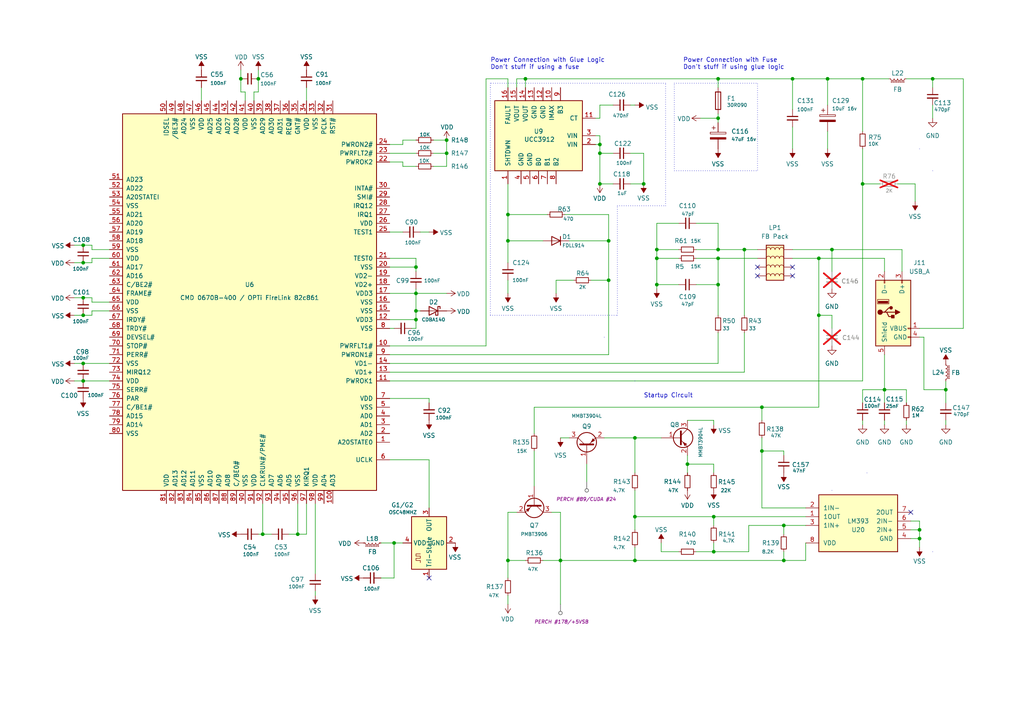
<source format=kicad_sch>
(kicad_sch (version 20230121) (generator eeschema)
  (paper "A4")
  (title_block (title "Power Macintosh G3 (Beige) Whisper Personality Card USB Mod") (date "2024-07-24") (rev "4") (company "Schematic by @croissantking on the 68kMLA forums with invaluable help from @phipli"))
  (junction (at 270.51 22.86))
  (junction (at 24.13 91.44))
  (junction (at 120.65 77.47))
  (junction (at 162.56 162.56))
  (junction (at 74.93 22.86))
  (junction (at 76.2 154.94))
  (junction (at 190.5 72.39))
  (junction (at 190.5 74.93))
  (junction (at 69.85 22.86))
  (junction (at 173.99 41.91))
  (junction (at 24.13 86.36))
  (junction (at 227.33 162.56))
  (junction (at 199.39 134.62))
  (junction (at 24.13 71.12))
  (junction (at 240.03 22.86))
  (junction (at 266.7 156.21))
  (junction (at 184.15 162.56))
  (junction (at 208.28 22.86))
  (junction (at 250.19 53.34))
  (junction (at 120.65 92.71))
  (junction (at 24.13 105.41))
  (junction (at 147.32 69.85))
  (junction (at 229.87 22.86))
  (junction (at 173.99 44.45))
  (junction (at 186.69 53.34))
  (junction (at 215.9 72.39))
  (junction (at 237.49 91.44))
  (junction (at 24.13 110.49))
  (junction (at 176.53 81.28))
  (junction (at 208.28 72.39))
  (junction (at 184.15 127))
  (junction (at 152.4 22.86))
  (junction (at 120.65 90.17))
  (junction (at 147.32 162.56))
  (junction (at 237.49 74.93))
  (junction (at 220.98 118.11))
  (junction (at 147.32 62.23))
  (junction (at 266.7 153.67))
  (junction (at 207.01 149.86))
  (junction (at 129.54 40.64))
  (junction (at 24.13 76.2))
  (junction (at 241.3 72.39))
  (junction (at 250.19 22.86))
  (junction (at 190.5 82.55))
  (junction (at 274.32 113.03))
  (junction (at 173.99 53.34))
  (junction (at 184.15 149.86))
  (junction (at 208.28 74.93))
  (junction (at 256.54 113.03))
  (junction (at 176.53 69.85))
  (junction (at 114.3 157.48))
  (junction (at 207.01 160.02))
  (junction (at 208.28 82.55))
  (junction (at 208.28 34.29))
  (junction (at 86.36 154.94))
  (junction (at 120.65 85.09))
  (junction (at 129.54 44.45))
  (junction (at 227.33 152.4))
  (junction (at 220.98 130.81))
  (no_connect (at 229.87 80.01))
  (no_connect (at 219.71 77.47))
  (no_connect (at 264.16 148.59))
  (no_connect (at 124.46 167.64))
  (no_connect (at 219.71 80.01))
  (no_connect (at 229.87 77.47))
  (wire (pts (xy 71.12 26.67) (xy 71.12 29.21)))
  (wire (pts (xy 157.48 162.56) (xy 162.56 162.56)))
  (wire (pts (xy 24.13 110.49) (xy 31.75 110.49)))
  (wire (pts (xy 229.87 74.93) (xy 237.49 74.93)))
  (wire (pts (xy 256.54 121.92) (xy 256.54 123.19)))
  (wire (pts (xy 274.32 123.19) (xy 274.32 121.92)))
  (wire (pts (xy 171.45 81.28) (xy 176.53 81.28)))
  (wire (pts (xy 152.4 22.86) (xy 152.4 25.4)))
  (wire (pts (xy 270.51 25.4) (xy 270.51 22.86)))
  (wire (pts (xy 184.15 30.48) (xy 182.88 30.48)))
  (wire (pts (xy 215.9 96.52) (xy 215.9 107.95)))
  (wire (pts (xy 24.13 86.36) (xy 26.67 86.36)))
  (wire (pts (xy 208.28 22.86) (xy 208.28 25.4)))
  (wire (pts (xy 190.5 72.39) (xy 190.5 74.93)))
  (wire (pts (xy 207.01 149.86) (xy 233.68 149.86)))
  (wire (pts (xy 21.59 91.44) (xy 24.13 91.44)))
  (wire (pts (xy 208.28 74.93) (xy 208.28 82.55)))
  (wire (pts (xy 170.18 139.7) (xy 170.18 134.62)))
  (wire (pts (xy 279.4 22.86) (xy 279.4 95.25)))
  (wire (pts (xy 250.19 116.84) (xy 250.19 113.03)))
  (wire (pts (xy 229.87 22.86) (xy 240.03 22.86)))
  (wire (pts (xy 163.83 62.23) (xy 176.53 62.23)))
  (wire (pts (xy 83.82 154.94) (xy 86.36 154.94)))
  (wire (pts (xy 24.13 71.12) (xy 26.67 71.12)))
  (wire (pts (xy 73.66 29.21) (xy 73.66 26.67)))
  (wire (pts (xy 184.15 127) (xy 191.77 127)))
  (wire (pts (xy 184.15 162.56) (xy 227.33 162.56)))
  (wire (pts (xy 129.54 40.64) (xy 129.54 44.45)))
  (wire (pts (xy 113.03 115.57) (xy 124.46 115.57)))
  (wire (pts (xy 147.32 172.72) (xy 147.32 175.26)))
  (polyline (pts (xy 193.04 59.69) (xy 193.04 24.13)) (stroke (width 0) (type dot)))
  (wire (pts (xy 173.99 30.48) (xy 177.8 30.48)))
  (wire (pts (xy 74.93 20.32) (xy 74.93 22.86)))
  (wire (pts (xy 237.49 74.93) (xy 237.49 91.44)))
  (wire (pts (xy 176.53 62.23) (xy 176.53 69.85)))
  (wire (pts (xy 270.51 22.86) (xy 279.4 22.86)))
  (wire (pts (xy 152.4 22.86) (xy 208.28 22.86)))
  (wire (pts (xy 76.2 146.05) (xy 76.2 154.94)))
  (wire (pts (xy 113.03 107.95) (xy 215.9 107.95)))
  (wire (pts (xy 229.87 72.39) (xy 241.3 72.39)))
  (wire (pts (xy 113.03 105.41) (xy 208.28 105.41)))
  (wire (pts (xy 162.56 162.56) (xy 162.56 175.26)))
  (wire (pts (xy 74.93 154.94) (xy 76.2 154.94)))
  (wire (pts (xy 199.39 134.62) (xy 199.39 137.16)))
  (wire (pts (xy 250.19 43.18) (xy 250.19 53.34)))
  (wire (pts (xy 191.77 157.48) (xy 191.77 160.02)))
  (wire (pts (xy 274.32 113.03) (xy 274.32 110.49)))
  (wire (pts (xy 233.68 157.48) (xy 233.68 162.56)))
  (wire (pts (xy 177.8 53.34) (xy 173.99 53.34)))
  (wire (pts (xy 173.99 30.48) (xy 173.99 34.29)))
  (wire (pts (xy 69.85 26.67) (xy 71.12 26.67)))
  (wire (pts (xy 250.19 121.92) (xy 250.19 123.19)))
  (wire (pts (xy 113.03 44.45) (xy 120.65 44.45)))
  (wire (pts (xy 184.15 149.86) (xy 184.15 153.67)))
  (wire (pts (xy 26.67 91.44) (xy 24.13 91.44)))
  (wire (pts (xy 190.5 74.93) (xy 196.85 74.93)))
  (wire (pts (xy 220.98 147.32) (xy 233.68 147.32)))
  (wire (pts (xy 262.89 113.03) (xy 262.89 116.84)))
  (wire (pts (xy 207.01 160.02) (xy 207.01 157.48)))
  (wire (pts (xy 237.49 91.44) (xy 237.49 118.11)))
  (wire (pts (xy 129.54 40.64) (xy 125.73 40.64)))
  (wire (pts (xy 26.67 74.93) (xy 31.75 74.93)))
  (polyline (pts (xy 142.24 24.13) (xy 142.24 91.44)) (stroke (width 0) (type dot)))
  (wire (pts (xy 162.56 148.59) (xy 162.56 162.56)))
  (wire (pts (xy 208.28 72.39) (xy 215.9 72.39)))
  (wire (pts (xy 21.59 110.49) (xy 24.13 110.49)))
  (wire (pts (xy 149.86 25.4) (xy 149.86 22.86)))
  (wire (pts (xy 173.99 34.29) (xy 172.72 34.29)))
  (wire (pts (xy 91.44 171.45) (xy 91.44 172.72)))
  (wire (pts (xy 266.7 156.21) (xy 266.7 158.75)))
  (wire (pts (xy 267.97 113.03) (xy 274.32 113.03)))
  (wire (pts (xy 154.94 130.81) (xy 154.94 140.97)))
  (wire (pts (xy 165.1 69.85) (xy 176.53 69.85)))
  (wire (pts (xy 229.87 22.86) (xy 229.87 31.75)))
  (wire (pts (xy 129.54 44.45) (xy 129.54 48.26)))
  (wire (pts (xy 116.84 40.64) (xy 120.65 40.64)))
  (wire (pts (xy 190.5 82.55) (xy 190.5 83.82)))
  (wire (pts (xy 227.33 152.4) (xy 227.33 154.94)))
  (wire (pts (xy 162.56 127) (xy 165.1 127)))
  (polyline (pts (xy 142.24 91.44) (xy 179.07 91.44)) (stroke (width 0) (type dot)))
  (wire (pts (xy 250.19 113.03) (xy 256.54 113.03)))
  (wire (pts (xy 184.15 127) (xy 184.15 137.16)))
  (wire (pts (xy 256.54 74.93) (xy 256.54 78.74)))
  (wire (pts (xy 147.32 62.23) (xy 147.32 69.85)))
  (wire (pts (xy 147.32 53.34) (xy 147.32 62.23)))
  (wire (pts (xy 173.99 41.91) (xy 173.99 44.45)))
  (wire (pts (xy 161.29 81.28) (xy 161.29 85.09)))
  (wire (pts (xy 208.28 82.55) (xy 208.28 91.44)))
  (wire (pts (xy 26.67 74.93) (xy 26.67 76.2)))
  (wire (pts (xy 147.32 62.23) (xy 158.75 62.23)))
  (wire (pts (xy 266.7 95.25) (xy 279.4 95.25)))
  (wire (pts (xy 199.39 134.62) (xy 199.39 132.08)))
  (wire (pts (xy 154.94 118.11) (xy 154.94 125.73)))
  (wire (pts (xy 207.01 134.62) (xy 207.01 137.16)))
  (wire (pts (xy 113.03 41.91) (xy 116.84 41.91)))
  (wire (pts (xy 201.93 160.02) (xy 207.01 160.02)))
  (wire (pts (xy 264.16 151.13) (xy 266.7 151.13)))
  (wire (pts (xy 147.32 148.59) (xy 149.86 148.59)))
  (wire (pts (xy 262.89 22.86) (xy 270.51 22.86)))
  (wire (pts (xy 182.88 44.45) (xy 186.69 44.45)))
  (wire (pts (xy 267.97 97.79) (xy 267.97 113.03)))
  (wire (pts (xy 266.7 153.67) (xy 266.7 156.21)))
  (wire (pts (xy 149.86 22.86) (xy 152.4 22.86)))
  (wire (pts (xy 190.5 82.55) (xy 196.85 82.55)))
  (wire (pts (xy 113.03 77.47) (xy 120.65 77.47)))
  (wire (pts (xy 21.59 76.2) (xy 24.13 76.2)))
  (wire (pts (xy 201.93 82.55) (xy 208.28 82.55)))
  (wire (pts (xy 240.03 22.86) (xy 250.19 22.86)))
  (wire (pts (xy 184.15 127) (xy 175.26 127)))
  (wire (pts (xy 184.15 158.75) (xy 184.15 162.56)))
  (wire (pts (xy 114.3 167.64) (xy 114.3 157.48)))
  (wire (pts (xy 177.8 44.45) (xy 173.99 44.45)))
  (wire (pts (xy 147.32 162.56) (xy 147.32 167.64)))
  (wire (pts (xy 120.65 90.17) (xy 120.65 92.71)))
  (wire (pts (xy 26.67 90.17) (xy 31.75 90.17)))
  (wire (pts (xy 147.32 25.4) (xy 147.32 22.86)))
  (wire (pts (xy 207.01 134.62) (xy 199.39 134.62)))
  (wire (pts (xy 113.03 92.71) (xy 120.65 92.71)))
  (wire (pts (xy 147.32 148.59) (xy 147.32 162.56)))
  (wire (pts (xy 186.69 44.45) (xy 186.69 53.34)))
  (wire (pts (xy 124.46 133.35) (xy 124.46 147.32)))
  (wire (pts (xy 113.03 110.49) (xy 250.19 110.49)))
  (wire (pts (xy 208.28 64.77) (xy 208.28 72.39)))
  (polyline (pts (xy 179.07 59.69) (xy 193.04 59.69)) (stroke (width 0) (type dot)))
  (wire (pts (xy 73.66 26.67) (xy 74.93 26.67)))
  (wire (pts (xy 240.03 30.48) (xy 240.03 22.86)))
  (wire (pts (xy 274.32 116.84) (xy 274.32 113.03)))
  (wire (pts (xy 250.19 22.86) (xy 257.81 22.86)))
  (wire (pts (xy 88.9 146.05) (xy 88.9 154.94)))
  (wire (pts (xy 116.84 46.99) (xy 113.03 46.99)))
  (wire (pts (xy 21.59 71.12) (xy 24.13 71.12)))
  (wire (pts (xy 120.65 83.82) (xy 120.65 85.09)))
  (wire (pts (xy 154.94 118.11) (xy 220.98 118.11)))
  (wire (pts (xy 24.13 105.41) (xy 31.75 105.41)))
  (wire (pts (xy 241.3 72.39) (xy 261.62 72.39)))
  (polyline (pts (xy 193.04 24.13) (xy 142.24 24.13)) (stroke (width 0) (type dot)))
  (wire (pts (xy 125.73 48.26) (xy 129.54 48.26)))
  (wire (pts (xy 215.9 72.39) (xy 215.9 91.44)))
  (wire (pts (xy 237.49 91.44) (xy 241.3 91.44)))
  (wire (pts (xy 120.65 92.71) (xy 120.65 95.25)))
  (wire (pts (xy 256.54 113.03) (xy 256.54 116.84)))
  (wire (pts (xy 86.36 146.05) (xy 86.36 154.94)))
  (wire (pts (xy 241.3 95.25) (xy 241.3 91.44)))
  (wire (pts (xy 113.03 133.35) (xy 124.46 133.35)))
  (wire (pts (xy 260.35 53.34) (xy 265.43 53.34)))
  (wire (pts (xy 58.42 25.4) (xy 58.42 29.21)))
  (wire (pts (xy 190.5 72.39) (xy 196.85 72.39)))
  (wire (pts (xy 91.44 146.05) (xy 91.44 166.37)))
  (wire (pts (xy 120.65 74.93) (xy 120.65 77.47)))
  (wire (pts (xy 21.59 105.41) (xy 24.13 105.41)))
  (wire (pts (xy 116.84 40.64) (xy 116.84 41.91)))
  (wire (pts (xy 227.33 130.81) (xy 227.33 132.08)))
  (wire (pts (xy 265.43 53.34) (xy 265.43 58.42)))
  (wire (pts (xy 227.33 162.56) (xy 233.68 162.56)))
  (wire (pts (xy 261.62 72.39) (xy 261.62 78.74)))
  (wire (pts (xy 256.54 102.87) (xy 256.54 113.03)))
  (wire (pts (xy 113.03 67.31) (xy 116.84 67.31)))
  (wire (pts (xy 147.32 81.28) (xy 147.32 85.09)))
  (wire (pts (xy 250.19 53.34) (xy 250.19 110.49)))
  (wire (pts (xy 113.03 74.93) (xy 120.65 74.93)))
  (wire (pts (xy 74.93 22.86) (xy 74.93 26.67)))
  (polyline (pts (xy 179.07 91.44) (xy 179.07 59.69)) (stroke (width 0) (type dot)))
  (wire (pts (xy 116.84 48.26) (xy 116.84 46.99)))
  (wire (pts (xy 140.97 22.86) (xy 140.97 100.33)))
  (wire (pts (xy 266.7 151.13) (xy 266.7 153.67)))
  (wire (pts (xy 227.33 152.4) (xy 233.68 152.4)))
  (wire (pts (xy 88.9 25.4) (xy 88.9 29.21)))
  (wire (pts (xy 173.99 39.37) (xy 172.72 39.37)))
  (wire (pts (xy 26.67 90.17) (xy 26.67 91.44)))
  (wire (pts (xy 120.65 95.25) (xy 119.38 95.25)))
  (wire (pts (xy 176.53 69.85) (xy 176.53 81.28)))
  (wire (pts (xy 201.93 72.39) (xy 208.28 72.39)))
  (wire (pts (xy 113.03 95.25) (xy 114.3 95.25)))
  (wire (pts (xy 196.85 160.02) (xy 191.77 160.02)))
  (wire (pts (xy 237.49 74.93) (xy 256.54 74.93)))
  (wire (pts (xy 110.49 157.48) (xy 114.3 157.48)))
  (wire (pts (xy 208.28 22.86) (xy 229.87 22.86)))
  (wire (pts (xy 69.85 22.86) (xy 69.85 26.67)))
  (wire (pts (xy 220.98 130.81) (xy 220.98 147.32)))
  (wire (pts (xy 220.98 127) (xy 220.98 130.81)))
  (wire (pts (xy 227.33 160.02) (xy 227.33 162.56)))
  (wire (pts (xy 121.92 90.17) (xy 120.65 90.17)))
  (wire (pts (xy 120.65 85.09) (xy 129.54 85.09)))
  (wire (pts (xy 256.54 113.03) (xy 262.89 113.03)))
  (wire (pts (xy 186.69 53.34) (xy 182.88 53.34)))
  (wire (pts (xy 208.28 96.52) (xy 208.28 105.41)))
  (wire (pts (xy 120.65 77.47) (xy 120.65 78.74)))
  (wire (pts (xy 110.49 167.64) (xy 114.3 167.64)))
  (wire (pts (xy 26.67 72.39) (xy 26.67 71.12)))
  (wire (pts (xy 262.89 121.92) (xy 262.89 123.19)))
  (wire (pts (xy 21.59 86.36) (xy 24.13 86.36)))
  (wire (pts (xy 76.2 154.94) (xy 78.74 154.94)))
  (wire (pts (xy 166.37 81.28) (xy 161.29 81.28)))
  (wire (pts (xy 215.9 72.39) (xy 219.71 72.39)))
  (wire (pts (xy 162.56 162.56) (xy 184.15 162.56)))
  (wire (pts (xy 208.28 33.02) (xy 208.28 34.29)))
  (wire (pts (xy 201.93 74.93) (xy 208.28 74.93)))
  (wire (pts (xy 160.02 148.59) (xy 162.56 148.59)))
  (wire (pts (xy 124.46 116.84) (xy 124.46 115.57)))
  (wire (pts (xy 31.75 72.39) (xy 26.67 72.39)))
  (wire (pts (xy 220.98 118.11) (xy 220.98 121.92)))
  (wire (pts (xy 26.67 87.63) (xy 26.67 86.36)))
  (wire (pts (xy 264.16 153.67) (xy 266.7 153.67)))
  (wire (pts (xy 120.65 85.09) (xy 120.65 90.17)))
  (wire (pts (xy 190.5 74.93) (xy 190.5 82.55)))
  (wire (pts (xy 208.28 74.93) (xy 219.71 74.93)))
  (wire (pts (xy 86.36 154.94) (xy 88.9 154.94)))
  (wire (pts (xy 199.39 121.92) (xy 207.01 121.92)))
  (wire (pts (xy 113.03 85.09) (xy 120.65 85.09)))
  (wire (pts (xy 190.5 64.77) (xy 196.85 64.77)))
  (wire (pts (xy 227.33 130.81) (xy 220.98 130.81)))
  (wire (pts (xy 173.99 39.37) (xy 173.99 41.91)))
  (wire (pts (xy 264.16 156.21) (xy 266.7 156.21)))
  (wire (pts (xy 217.17 160.02) (xy 217.17 152.4)))
  (wire (pts (xy 114.3 157.48) (xy 116.84 157.48)))
  (wire (pts (xy 173.99 44.45) (xy 173.99 53.34)))
  (wire (pts (xy 208.28 34.29) (xy 208.28 35.56)))
  (wire (pts (xy 176.53 81.28) (xy 176.53 102.87)))
  (wire (pts (xy 147.32 69.85) (xy 157.48 69.85)))
  (wire (pts (xy 173.99 41.91) (xy 172.72 41.91)))
  (wire (pts (xy 116.84 48.26) (xy 120.65 48.26)))
  (wire (pts (xy 229.87 36.83) (xy 229.87 43.18)))
  (wire (pts (xy 250.19 22.86) (xy 250.19 38.1)))
  (wire (pts (xy 113.03 100.33) (xy 140.97 100.33)))
  (wire (pts (xy 184.15 149.86) (xy 207.01 149.86)))
  (wire (pts (xy 121.92 67.31) (xy 124.46 67.31)))
  (wire (pts (xy 217.17 152.4) (xy 227.33 152.4)))
  (wire (pts (xy 184.15 142.24) (xy 184.15 149.86)))
  (wire (pts (xy 147.32 22.86) (xy 140.97 22.86)))
  (wire (pts (xy 240.03 38.1) (xy 240.03 43.18)))
  (wire (pts (xy 207.01 160.02) (xy 217.17 160.02)))
  (wire (pts (xy 220.98 118.11) (xy 237.49 118.11)))
  (wire (pts (xy 207.01 121.92) (xy 207.01 123.19)))
  (wire (pts (xy 190.5 64.77) (xy 190.5 72.39)))
  (wire (pts (xy 207.01 149.86) (xy 207.01 152.4)))
  (wire (pts (xy 270.51 30.48) (xy 270.51 34.29)))
  (wire (pts (xy 241.3 72.39) (xy 241.3 78.74)))
  (wire (pts (xy 147.32 162.56) (xy 152.4 162.56)))
  (wire (pts (xy 255.27 53.34) (xy 250.19 53.34)))
  (wire (pts (xy 147.32 69.85) (xy 147.32 76.2)))
  (wire (pts (xy 129.54 44.45) (xy 125.73 44.45)))
  (wire (pts (xy 201.93 64.77) (xy 208.28 64.77)))
  (wire (pts (xy 69.85 20.32) (xy 69.85 22.86)))
  (wire (pts (xy 113.03 102.87) (xy 176.53 102.87)))
  (wire (pts (xy 267.97 97.79) (xy 266.7 97.79)))
  (wire (pts (xy 203.2 34.29) (xy 208.28 34.29)))
  (wire (pts (xy 26.67 87.63) (xy 31.75 87.63)))
  (wire (pts (xy 26.67 76.2) (xy 24.13 76.2)))
  (rectangle (start 270.51 49.53) (end 270.51 49.53))
  (rectangle (start 142.24 25.4) (end 142.24 25.4))
  (rectangle (start 195.58 24.13) (end 219.71 49.53) (stroke (width 0) (type dot)))
  (rectangle (start 175.26 97.79) (end 175.26 97.79))
  (rectangle (start 184.15 110.49) (end 184.15 110.49))
  (rectangle (start 241.3 142.24) (end 241.3 142.24))
  (rectangle (start 270.51 160.02) (end 270.51 160.02))
  (rectangle (start 251.46 137.16) (end 251.46 137.16))
  (rectangle (start 113.03 67.31) (end 113.03 67.31))
  (rectangle (start 266.7 43.18) (end 266.7 43.18))
  (text "Startup Circuit" (at 186.69 115.57 0) (effects (font (size 1.27 1.27)) (justify left bottom)))
  (text "Power Connection with Glue Logic\nDon't stuff if using a fuse" (at 142.24 20.32 0) (effects (font (size 1.27 1.27)) (justify left bottom)))
  (text "Power Connection with Fuse\nDon't stuff if using glue logic" (at 198.12 20.32 0) (effects (font (size 1.27 1.27)) (justify left bottom)))
  (netclass_flag "" (length 2.54) (shape round) (at 170.18 139.7 180) (property "Netclass" "PERCH #89/CUDA #24" (at 161.29 144.78 0) (effects (font (size 1 1) italic) (justify left))))
  (netclass_flag "" (length 2.54) (shape round) (at 162.56 175.26 180) (property "Netclass" "PERCH #178/+5VSB" (at 154.94 180.34 0) (effects (font (size 1 1) italic) (justify left))))
  (symbol (lib_id "power:VDD") (at 173.99 53.34 180) (unit 1)
    (property "Reference" "#PWR012" (effects hide))
    (property "Value" "VDD" (at 175.8662 57.5502 0) (effects (justify left)))
  )
  (symbol (lib_id "Device:C_Small") (at 180.34 44.45 270) (unit 1)
    (property "Reference" "C122" (at 178.0736 41.6361 90) (effects (justify left)))
    (property "Value" "100nF" (at 178.6893 47.2907 90) (effects (font (size 1 1)) (justify left)))
  )
  (symbol (lib_id "Transistor_BJT:MMBT3906") (at 154.94 146.05 270) (unit 1)
    (property "Reference" "Q7" (at 154.94 152.4 90))
    (property "Value" "PMBT3906" (at 154.94 154.94 90) (effects (font (size 1 1))))
    (property "Footprint" "Package_TO_SOT_SMD:SOT-23" (effects hide))
    (property "Datasheet" "https://www.onsemi.com/pub/Collateral/2N3906-D.PDF" (effects hide))
  )
  (symbol (lib_id "Transistor_BJT:MMBT3906") (at 170.18 129.54 90) (unit 1)
    (property "Reference" "Q9" (at 170.1799 123.6555 90))
    (property "Value" "MMBT3904L" (at 170.18 120.65 90) (effects (font (size 1 1))))
    (property "Footprint" "Package_TO_SOT_SMD:SOT-23" (effects hide))
    (property "Datasheet" "https://www.onsemi.com/pub/Collateral/2N3906-D.PDF" (effects hide))
  )
  (symbol (lib_id "Device:C_Small") (at 124.46 119.38 180) (unit 1)
    (property "Reference" "C92" (at 130.8014 119.0568 0) (effects (justify left)))
    (property "Value" "100nF" (at 131.1109 121.1465 0) (effects (font (size 1 1)) (justify left)))
  )
  (symbol (lib_id "power:VSS") (at 227.33 137.16 180) (unit 1)
    (property "Reference" "#PWR07" (effects hide))
    (property "Value" "VSS" (at 227.3309 141.2079 0))
  )
  (symbol (lib_id "power:VSS") (at 74.93 20.32 0) (unit 1)
    (property "Reference" "#PWR030" (effects hide))
    (property "Value" "VSS" (at 74.93 16.51 0))
  )
  (symbol (lib_id "Device:R_Small") (at 257.81 53.34 270) (unit 1) (dnp yes)
    (property "Reference" "R76" (at 255.9613 51.1432 90) (effects (justify left)))
    (property "Value" "2K" (at 256.8505 55.3229 90) (effects (font (size 1 1)) (justify left)))
  )
  (symbol (lib_id "Device:R_Small") (at 147.32 170.18 180) (unit 1)
    (property "Reference" "R137" (at 146.05 170.18 0) (effects (justify left)))
    (property "Value" "47K" (at 144.78 172.72 0) (effects (font (size 1 1)) (justify left)))
  )
  (symbol (lib_id "Device:R_Small") (at 123.19 40.64 90) (unit 1)
    (property "Reference" "R148" (at 135.89 40.64 90) (effects (justify left)))
    (property "Value" "10K" (at 124.7672 39.048 90) (effects (font (size 1 1)) (justify left)))
  )
  (symbol (lib_id "power:VSS") (at 265.43 58.42 180) (unit 1)
    (property "Reference" "#PWR025" (effects hide))
    (property "Value" "VSS" (at 265.3969 62.8155 0))
  )
  (symbol (lib_id "Device:R_Small") (at 168.91 81.28 270) (unit 1)
    (property "Reference" "R64" (at 167.0804 79.2699 90) (effects (justify left)))
    (property "Value" "2K" (at 167.9063 83.2509 90) (effects (font (size 1 1)) (justify left)))
  )
  (symbol (lib_id "power:VSS") (at 207.01 142.24 180) (unit 1)
    (property "Reference" "#PWR019" (effects hide))
    (property "Value" "VSS" (at 207.0126 146.571 0))
  )
  (symbol (lib_id "power:VSS") (at 190.5 83.82 180) (unit 1)
    (property "Reference" "#PWR017" (effects hide))
    (property "Value" "VSS" (at 190.4669 88.2155 0))
  )
  (symbol (lib_id "Device:R_Small") (at 123.19 48.26 90) (unit 1)
    (property "Reference" "R146" (at 135.89 48.26 90) (effects (justify left)))
    (property "Value" "10K" (at 124.6218 46.644 90) (effects (font (size 1 1)) (justify left)))
  )
  (symbol (lib_id "Connector:USB_A") (at 259.08 92.71 0) (unit 1)
    (property "Reference" "J11" (at 266.7 76.2 0))
    (property "Value" "USB_A" (at 266.7 78.74 0))
    (property "Datasheet" " ~" (effects hide))
  )
  (symbol (lib_id "power:VSS") (at 274.32 105.41 0) (unit 1)
    (property "Reference" "#PWR048" (effects hide))
    (property "Value" "VSS" (at 274.32 101.6 0))
  )
  (symbol (lib_id "power:VSS") (at 240.03 43.18 180) (unit 1)
    (property "Reference" "#PWR023" (effects hide))
    (property "Value" "VSS" (at 239.9969 47.5755 0))
  )
  (symbol (lib_id "Device:L_Pack04") (at 224.79 77.47 90) (mirror x) (unit 1)
    (property "Reference" "LP1" (at 224.79 66.04 90))
    (property "Value" "FB Pack" (at 224.79 68.58 90))
  )
  (symbol (lib_id "Device:R_Small") (at 154.94 162.56 270) (unit 1)
    (property "Reference" "R136" (at 152.4398 160.3613 90) (effects (justify left)))
    (property "Value" "47K" (at 153.035 165.1 90) (effects (font (size 1 1)) (justify left)))
  )
  (symbol (lib_name "GND_1") (lib_id "power:GND") (at 270.51 34.29 0) (unit 1)
    (property "Reference" "#PWR03" (effects hide))
    (property "Value" "GND" (at 270.51 39.37 0))
  )
  (symbol (lib_id "power:VSS") (at 21.59 91.44 90) (unit 1)
    (property "Reference" "#PWR033" (effects hide))
    (property "Value" "VSS" (at 18.6745 91.6437 90) (effects (justify left)))
  )
  (symbol (lib_id "Device:R_Small") (at 215.9 93.98 0) (unit 1)
    (property "Reference" "R43" (at 217.0199 93.0761 0) (effects (justify left)))
    (property "Value" "33" (at 217.17 95.25 0) (effects (font (size 1 1)) (justify left)))
  )
  (symbol (lib_id "power:VSS") (at 21.59 71.12 90) (unit 1)
    (property "Reference" "#PWR032" (effects hide))
    (property "Value" "VSS" (at 18.6745 71.3237 90) (effects (justify left)))
  )
  (symbol (lib_id "Device:C_Small") (at 256.54 119.38 0) (unit 1)
    (property "Reference" "C115" (at 256.9109 115.7713 0) (effects (justify left)))
    (property "Value" "25nF" (at 256.8996 117.7983 0) (effects (font (size 1 1)) (justify left)))
  )
  (symbol (lib_id "power:VSS") (at 147.32 85.09 180) (unit 1)
    (property "Reference" "#PWR015" (effects hide))
    (property "Value" "VSS" (at 147.2869 89.4855 0))
  )
  (symbol (lib_id "power:VSS") (at 162.56 127 180) (unit 1)
    (property "Reference" "#PWR038" (effects hide))
    (property "Value" "VSS" (at 162.56 132.08 0))
  )
  (symbol (lib_id "Device:R_Small") (at 262.89 119.38 0) (unit 1)
    (property "Reference" "R62" (at 264.2328 118.6372 0) (effects (justify left)))
    (property "Value" "1M" (at 264.4812 120.4817 0) (effects (font (size 1 1)) (justify left)))
  )
  (symbol (lib_id "Device:R_Small") (at 199.39 160.02 90) (unit 1)
    (property "Reference" "R140" (at 201.93 154.94 90) (effects (justify left)))
    (property "Value" "470" (at 201.93 157.48 90) (effects (font (size 1 1)) (justify left)))
  )
  (symbol (lib_id "power:VSS") (at 91.44 172.72 180) (unit 1)
    (property "Reference" "#PWR018" (effects hide))
    (property "Value" "VSS" (at 91.4069 177.1155 0))
  )
  (symbol (lib_id "power:VSS") (at 229.87 43.18 180) (unit 1)
    (property "Reference" "#PWR022" (effects hide))
    (property "Value" "VSS" (at 229.8369 47.5755 0))
  )
  (symbol (lib_id "power:VSS") (at 184.15 30.48 270) (unit 1)
    (property "Reference" "#PWR014" (effects hide))
    (property "Value" "VSS" (at 187.257 31.1185 90) (effects (justify left)))
  )
  (symbol (lib_id "Device:C_Small") (at 147.32 78.74 0) (unit 1)
    (property "Reference" "C124" (at 148.59 76.2 0) (effects (justify left)))
    (property "Value" "100nF" (at 148.59 81.28 0) (effects (font (size 1 1)) (justify left)))
  )
  (symbol (lib_id "Device:L_Ferrite_Small") (at 260.35 22.86 270) (unit 1)
    (property "Reference" "L22" (at 258.5178 21.2185 90) (effects (justify left)))
    (property "Value" "FB" (at 259.0495 25.9373 90) (effects (justify left)))
  )
  (symbol (lib_id "Device:R_Small") (at 220.98 124.46 0) (unit 1)
    (property "Reference" "R138" (at 222.25 124.46 0) (effects (justify left)))
    (property "Value" "47K" (at 223.52 126.365 0) (effects (font (size 1 1)) (justify left)))
  )
  (symbol (lib_id "Device:D") (at 161.29 69.85 180) (unit 1)
    (property "Reference" "D1" (at 164.3565 68.6776 0))
    (property "Value" "FDLL914" (at 169.5936 71.2052 0) (effects (font (size 1 1)) (justify left)))
    (property "Sim.Device" "D" (effects hide))
    (property "Sim.Pins" "1=K 2=A" (effects hide))
  )
  (symbol (lib_id "MCU_Texas:LM3S6911-IQC50") (at 64.77 80.01 90) (unit 1)
    (property "Reference" "U6" (at 72.39 82.55 90))
    (property "Value" "CMD 0670B-400 / OPTi FireLink 82c861" (at 72.39 86.36 90))
    (property "Footprint" "Package_QFP:LQFP-100_14x14mm_P0.5mm" (effects hide))
    (property "Datasheet" "http://www.bitsavers.org/components/cmd/MAN-000670-000_USB0670_673_PCI-USB_ASIC_Rev_1.8_199903.pdf" (effects hide))
  )
  (symbol (lib_id "Device:L_Ferrite_Small") (at 107.95 157.48 270) (unit 1)
    (property "Reference" "L18" (at 106.1517 156.2574 90) (effects (justify left)))
    (property "Value" "FB" (at 106.7269 160.0442 90) (effects (justify left)))
  )
  (symbol (lib_id "Device:C_Small") (at 88.9 22.86 0) (unit 1)
    (property "Reference" "C91" (at 91.44 21.59 0) (effects (justify left)))
    (property "Value" "100nF" (at 91.44 24.13 0) (effects (font (size 1 1)) (justify left)))
  )
  (symbol (lib_id "Device:R_Small") (at 199.39 74.93 270) (unit 1)
    (property "Reference" "R5" (at 195.7797 77.3439 90) (effects (justify left)))
    (property "Value" "15K" (at 200.2803 77.2702 90) (effects (font (size 1 1)) (justify left)))
  )
  (symbol (lib_id "Device:C_Small") (at 91.44 168.91 180) (unit 1)
    (property "Reference" "C97" (at 88.1812 168.0678 0) (effects (justify left)))
    (property "Value" "100nF" (at 88.4453 170.141 0) (effects (font (size 1 1)) (justify left)))
  )
  (symbol (lib_name "GND_1") (lib_id "power:GND") (at 241.3 100.33 0) (unit 1)
    (property "Reference" "#PWR021" (effects hide))
    (property "Value" "GND" (at 241.3 105.41 0))
  )
  (symbol (lib_id "power:VSS") (at 69.85 154.94 90) (unit 1)
    (property "Reference" "#PWR036" (effects hide))
    (property "Value" "VSS" (at 66.9345 155.1437 90) (effects (justify left)))
  )
  (symbol (lib_id "Device:R_Small") (at 199.39 139.7 180) (unit 1)
    (property "Reference" "R144" (at 197.6184 139.6883 0) (effects (justify left)))
    (property "Value" "47K" (at 196.85 142.24 0) (effects (font (size 1 1)) (justify left)))
  )
  (symbol (lib_id "power:VSS") (at 191.77 157.48 0) (unit 1)
    (property "Reference" "#PWR028" (effects hide))
    (property "Value" "VSS" (at 191.77 153.67 0))
  )
  (symbol (lib_id "Device:R_Small") (at 161.29 62.23 90) (unit 1)
    (property "Reference" "R63" (at 165.5925 60.6875 90) (effects (justify left)))
    (property "Value" "470" (at 166.37 63.5 90) (effects (font (size 1 1)) (justify left)))
  )
  (symbol (lib_name "LTC1865-S8_1") (lib_id "Analog_ADC:LTC1865-S8") (at 149.86 35.56 0) (unit 1)
    (property "Reference" "U9" (at 156.21 38.1 0))
    (property "Value" "UCC3912" (at 151.9995 40.4433 0) (effects (justify left)))
    (property "Footprint" "Package_SO:SOIC-8_3.9x4.9mm_P1.27mm" (effects hide))
    (property "Datasheet" "https://www.analog.com/media/en/technical-documentation/data-sheets/18645fb.pdf" (effects hide))
  )
  (symbol (lib_id "Device:C_Small") (at 24.13 73.66 180) (unit 1)
    (property "Reference" "C108" (at 26.1779 69.5144 0) (effects (justify left)))
    (property "Value" "100nF" (at 25.8525 77.9759 0) (effects (font (size 1 1)) (justify left)))
  )
  (symbol (lib_id "power:VSS") (at 88.9 20.32 0) (unit 1)
    (property "Reference" "#PWR029" (effects hide))
    (property "Value" "VSS" (at 88.9 16.51 0))
  )
  (symbol (lib_id "Device:C_Small") (at 24.13 107.95 180) (unit 1)
    (property "Reference" "C98" (at 25.8599 102.0636 0) (effects (justify left)))
    (property "Value" "100nF" (at 25.8599 103.846 0) (effects (font (size 1 1)) (justify left)))
  )
  (symbol (lib_id "Device:R_Small") (at 184.15 139.7 0) (unit 1)
    (property "Reference" "R143" (at 177.8 139.7 0) (effects (justify left)))
    (property "Value" "4.7K" (at 177.8 142.24 0) (effects (font (size 1 1)) (justify left)))
  )
  (symbol (lib_name "C_Polarized_1") (lib_id "Device:C_Polarized") (at 208.28 39.37 0) (unit 1)
    (property "Reference" "C116" (at 212.09 38.1 0) (effects (justify left)))
    (property "Value" "47uF 16v" (at 212.09 40.386 0) (effects (font (size 1 1)) (justify left)))
  )
  (symbol (lib_id "Device:R_Small") (at 207.01 139.7 180) (unit 1)
    (property "Reference" "R145" (at 213.3336 139.775 0) (effects (justify left)))
    (property "Value" "22K" (at 212.09 142.24 0) (effects (font (size 1 1)) (justify left)))
  )
  (symbol (lib_id "power:VSS") (at 124.46 67.31 270) (unit 1)
    (property "Reference" "#PWR09" (effects hide))
    (property "Value" "VSS" (at 127.5353 67.5027 90) (effects (justify left)))
  )
  (symbol (lib_id "power:VSS") (at 58.42 20.32 0) (unit 1)
    (property "Reference" "#PWR031" (effects hide))
    (property "Value" "VSS" (at 58.42 16.51 0))
  )
  (symbol (lib_id "Device:C_Small") (at 241.3 81.28 0) (unit 1) (dnp yes)
    (property "Reference" "C146" (at 243.9665 81.5497 0) (effects (justify left)))
    (property "Value" "???" (effects hide))
  )
  (symbol (lib_id "power:VSS") (at 161.29 85.09 180) (unit 1)
    (property "Reference" "#PWR016" (effects hide))
    (property "Value" "VSS" (at 161.2569 89.4855 0))
  )
  (symbol (lib_id "power:VDD") (at 147.32 175.26 180) (unit 1)
    (property "Reference" "#PWR040" (effects hide))
    (property "Value" "VDD" (at 149.1794 179.5701 0) (effects (justify left)))
  )
  (symbol (lib_id "Device:R_Small") (at 250.19 40.64 0) (unit 1)
    (property "Reference" "R75" (at 251.82 39.8404 0) (effects (justify left)))
    (property "Value" "10K" (at 251.82 41.7454 0) (effects (font (size 1 1)) (justify left)))
  )
  (symbol (lib_id "power:VDD") (at 199.39 142.24 180) (unit 1)
    (property "Reference" "#PWR047" (effects hide))
    (property "Value" "VDD" (at 201.3249 146.6143 0) (effects (justify left)))
  )
  (symbol (lib_id "Device:R_Small") (at 184.15 156.21 0) (unit 1)
    (property "Reference" "R142" (at 177.8 156.21 0) (effects (justify left)))
    (property "Value" "4.7K" (at 177.8 158.75 0) (effects (font (size 1 1)) (justify left)))
  )
  (symbol (lib_id "Device:R_Small") (at 227.33 157.48 0) (unit 1)
    (property "Reference" "R139" (at 220.98 157.48 0) (effects (justify left)))
    (property "Value" "8.2K" (at 220.98 160.02 0) (effects (font (size 1 1)) (justify left)))
  )
  (symbol (lib_id "Device:R_Small") (at 199.39 72.39 270) (unit 1)
    (property "Reference" "R61" (at 195.58 69.85 90) (effects (justify left)))
    (property "Value" "15K" (at 200.2803 69.8922 90) (effects (font (size 1 1)) (justify left)))
  )
  (symbol (lib_id "Device:C_Polarized") (at 240.03 34.29 0) (unit 1)
    (property "Reference" "C129" (at 241.3 29.21 0) (effects (justify left)))
    (property "Value" "10uF 16v" (at 241.3 31.496 0) (effects (font (size 1 1)) (justify left)))
  )
  (symbol (lib_id "Device:C_Small") (at 199.39 64.77 270) (unit 1)
    (property "Reference" "C110" (at 199.39 59.69 90))
    (property "Value" "47pF" (at 197.639 62.0392 90) (effects (font (size 1 1)) (justify left)))
  )
  (symbol (lib_id "Device:C_Small") (at 180.34 30.48 90) (unit 1)
    (property "Reference" "C126" (at 181.56 27.3671 90) (effects (justify left)))
    (property "Value" "470nF" (at 182.5102 33.5597 90) (effects (font (size 1 1)) (justify left)))
  )
  (symbol (lib_id "Device:R_Small") (at 123.19 44.45 90) (unit 1)
    (property "Reference" "R147" (at 135.89 44.45 90) (effects (justify left)))
    (property "Value" "10K" (at 124.7409 42.8322 90) (effects (font (size 1 1)) (justify left)))
  )
  (symbol (lib_id "power:VDD") (at 105.41 157.48 90) (unit 1)
    (property "Reference" "#PWR041" (effects hide))
    (property "Value" "VDD" (at 101.966 157.6462 90) (effects (justify left)))
  )
  (symbol (lib_id "power:VSS") (at 24.13 115.57 180) (unit 1)
    (property "Reference" "#PWR035" (effects hide))
    (property "Value" "VSS" (at 24.0969 119.9655 0))
  )
  (symbol (lib_id "Device:C_Small") (at 24.13 113.03 180) (unit 1)
    (property "Reference" "C100" (at 22.6473 114.6991 0) (effects (justify left)))
    (property "Value" "100nF" (at 30.1984 114.6311 0) (effects (font (size 1 1)) (justify left)))
  )
  (symbol (lib_id "power:VDD") (at 21.59 110.49 90) (unit 1)
    (property "Reference" "#PWR042" (effects hide))
    (property "Value" "VDD" (at 18.6877 110.6591 90) (effects (justify left)))
  )
  (symbol (lib_id "power:VSS") (at 266.7 158.75 180) (unit 1)
    (property "Reference" "#PWR020" (effects hide))
    (property "Value" "VSS" (at 266.7009 162.7979 0))
  )
  (symbol (lib_id "Analog_ADC:LM393") (at 243.84 151.13 270) (unit 1)
    (property "Reference" "U20" (at 248.92 153.67 90))
    (property "Value" "LM393" (at 248.92 151.13 90))
    (property "Footprint" "Package_SO:SOIC-8_3.9x4.9mm_P1.27mm" (effects hide))
    (property "Datasheet" "https://www.analog.com/media/en/technical-documentation/data-sheets/18645fb.pdf" (effects hide))
  )
  (symbol (lib_id "Device:R_Small") (at 154.94 128.27 0) (unit 1)
    (property "Reference" "R135" (at 148.59 128.27 0) (effects (justify left)))
    (property "Value" "15K" (at 149.86 130.81 0) (effects (font (size 1 1)) (justify left)))
  )
  (symbol (lib_id "Device:C_Small") (at 58.42 22.86 0) (unit 1)
    (property "Reference" "C55" (at 60.96 21.59 0) (effects (justify left)))
    (property "Value" "100nF" (at 60.96 24.13 0) (effects (font (size 1 1)) (justify left)))
  )
  (symbol (lib_id "Device:C_Small") (at 199.39 82.55 270) (unit 1)
    (property "Reference" "C109" (at 199.3949 86.0814 90))
    (property "Value" "47pF" (at 197.5639 88.2048 90) (effects (font (size 1 1)) (justify left)))
  )
  (symbol (lib_id "Device:C_Small") (at 107.95 167.64 90) (unit 1)
    (property "Reference" "C106" (at 110.1518 164.7376 90) (effects (justify left)))
    (property "Value" "100nF" (at 110.2908 170.7848 90) (effects (font (size 1 1)) (justify left)))
  )
  (symbol (lib_id "power:VDD") (at 21.59 86.36 90) (unit 1)
    (property "Reference" "#PWR043" (effects hide))
    (property "Value" "VDD" (at 18.6877 86.5291 90) (effects (justify left)))
  )
  (symbol (lib_name "GND_1") (lib_id "power:GND") (at 256.54 123.19 0) (unit 1)
    (property "Reference" "#PWR02" (effects hide))
    (property "Value" "GND" (at 256.54 128.27 0))
  )
  (symbol (lib_name "GND_1") (lib_id "power:GND") (at 274.32 123.19 0) (unit 1)
    (property "Reference" "#PWR05" (effects hide))
    (property "Value" "GND" (at 274.32 128.27 0))
  )
  (symbol (lib_id "Device:Fuse") (at 208.28 29.21 0) (unit 1)
    (property "Reference" "F1" (at 210.82 28.575 0) (effects (justify left)))
    (property "Value" "30R090" (at 210.82 30.48 0) (effects (font (size 1 1)) (justify left)))
  )
  (symbol (lib_name "GND_1") (lib_id "power:GND") (at 241.3 83.82 0) (unit 1)
    (property "Reference" "#PWR06" (effects hide))
    (property "Value" "GND" (at 241.3 88.9 0))
  )
  (symbol (lib_id "Device:C_Small") (at 116.84 95.25 270) (unit 1)
    (property "Reference" "C96" (at 118.11 96.52 90) (effects (justify left)))
    (property "Value" "100nF" (at 118.1562 98.3253 90) (effects (font (size 1 1)) (justify left)))
  )
  (symbol (lib_id "power:VSS") (at 21.59 105.41 90) (unit 1)
    (property "Reference" "#PWR034" (effects hide))
    (property "Value" "VSS" (at 18.6745 105.6137 90) (effects (justify left)))
  )
  (symbol (lib_id "power:VDD") (at 69.85 20.32 0) (unit 1)
    (property "Reference" "#PWR046" (effects hide))
    (property "Value" "VDD" (at 68.0466 16.5792 0) (effects (justify left)))
  )
  (symbol (lib_id "Device:L_Ferrite_Small") (at 274.32 107.95 0) (unit 1)
    (property "Reference" "L24" (at 270.2616 108.0306 0) (effects (justify left)))
    (property "Value" "FB" (at 275.908 108.0894 0) (effects (justify left)))
  )
  (symbol (lib_id "Device:D_Schottky") (at 125.73 90.17 0) (mirror y) (unit 1)
    (property "Reference" "D2" (at 125.73 87.63 0))
    (property "Value" "CDBA140" (at 125.73 92.71 0) (effects (font (size 1 1))))
  )
  (symbol (lib_id "power:VSS") (at 208.28 43.18 180) (unit 1)
    (property "Reference" "#PWR024" (effects hide))
    (property "Value" "VSS" (at 208.2469 47.5755 0))
  )
  (symbol (lib_id "Device:C_Small") (at 72.39 22.86 270) (unit 1)
    (property "Reference" "C56" (at 75.4885 21.7133 90) (effects (justify left)))
    (property "Value" "100nF" (at 75.4885 24.2533 90) (effects (font (size 1 1)) (justify left)))
  )
  (symbol (lib_id "power:VSS") (at 132.08 157.48 180) (unit 1)
    (property "Reference" "#PWR027" (effects hide))
    (property "Value" "VSS" (at 133.8411 161.6439 0) (effects (justify left)))
  )
  (symbol (lib_id "Device:C_Small") (at 119.38 67.31 270) (unit 1)
    (property "Reference" "C90" (at 117.3954 64.4516 90) (effects (justify left)))
    (property "Value" "100nF" (at 117.3954 70.3831 90) (effects (font (size 1 1)) (justify left)))
  )
  (symbol (lib_id "Device:R_Small") (at 207.01 154.94 0) (unit 1)
    (property "Reference" "R141" (at 208.28 154.94 0) (effects (justify left)))
    (property "Value" "4.7K" (at 209.55 156.845 0) (effects (font (size 1 1)) (justify left)))
  )
  (symbol (lib_name "VDD_1") (lib_id "power:VDD") (at 129.54 85.09 270) (unit 1)
    (property "Reference" "#PWR010" (effects hide))
    (property "Value" "VDD3" (at 132.5052 85.257 90) (effects (justify left)))
  )
  (symbol (lib_id "power:VDD") (at 129.54 90.17 270) (unit 1)
    (property "Reference" "#PWR08" (effects hide))
    (property "Value" "VDD" (at 132.558 90.3783 90) (effects (justify left)))
  )
  (symbol (lib_id "Device:C_Small") (at 229.87 34.29 0) (unit 1)
    (property "Reference" "C131" (at 231.14 29.21 0) (effects (justify left)))
    (property "Value" "100nF" (at 231.14 31.75 0) (effects (font (size 1 1)) (justify left)))
  )
  (symbol (lib_id "Transistor_BJT:MMBT3906") (at 196.85 127 0) (unit 1)
    (property "Reference" "Q8" (at 194.31 123.19 0) (effects (justify left)))
    (property "Value" "MMBT3904L" (at 203.2 128.27 90) (effects (font (size 1 1))))
    (property "Footprint" "Package_TO_SOT_SMD:SOT-23" (effects hide))
    (property "Datasheet" "https://www.onsemi.com/pub/Collateral/2N3906-D.PDF" (effects hide))
  )
  (symbol (lib_id "power:VSS") (at 207.01 123.19 180) (unit 1)
    (property "Reference" "#PWR039" (effects hide))
    (property "Value" "VSS" (at 210.2038 124.899 0))
  )
  (symbol (lib_id "Device:C_Small") (at 180.34 53.34 270) (unit 1)
    (property "Reference" "C118" (at 177.7748 50.5014 90) (effects (justify left)))
    (property "Value" "1uF" (at 179.0035 56.0505 90) (effects (font (size 1 1)) (justify left)))
  )
  (symbol (lib_id "Device:C_Small") (at 72.39 154.94 270) (unit 1)
    (property "Reference" "C54" (at 70.4866 158.6799 90) (effects (justify left)))
    (property "Value" "100nF" (at 70.4127 160.7765 90) (effects (font (size 1 1)) (justify left)))
  )
  (symbol (lib_id "Device:C_Small") (at 227.33 134.62 0) (unit 1)
    (property "Reference" "C157" (at 229.6794 134.7948 0) (effects (justify left)))
    (property "Value" "47nF" (at 229.87 136.5313 0) (effects (font (size 1 1)) (justify left)))
  )
  (symbol (lib_id "Device:C_Small") (at 274.32 119.38 0) (unit 1)
    (property "Reference" "C147" (at 276.2158 118.2778 0) (effects (justify left)))
    (property "Value" "470pF" (at 276.4793 120.1709 0) (effects (font (size 1 1)) (justify left)))
  )
  (symbol (lib_id "Device:C_Small") (at 24.13 88.9 180) (unit 1)
    (property "Reference" "C101" (at 26.1779 84.7544 0) (effects (justify left)))
    (property "Value" "100nF" (at 25.8525 93.2159 0) (effects (font (size 1 1)) (justify left)))
  )
  (symbol (lib_id "Device:C_Small") (at 120.65 81.28 0) (unit 1)
    (property "Reference" "C99" (at 114.8113 81.3985 0) (effects (justify left)))
    (property "Value" "100nF" (at 122.9529 81.3985 0) (effects (font (size 1 1)) (justify left)))
  )
  (symbol (lib_name "GND_1") (lib_id "power:GND") (at 250.19 123.19 0) (unit 1)
    (property "Reference" "#PWR01" (effects hide))
    (property "Value" "GND" (at 250.19 128.27 0))
  )
  (symbol (lib_id "power:VDD") (at 21.59 76.2 90) (unit 1)
    (property "Reference" "#PWR044" (effects hide))
    (property "Value" "VDD" (at 18.6877 76.3691 90) (effects (justify left)))
  )
  (symbol (lib_id "Device:C_Small") (at 250.19 119.38 0) (unit 1)
    (property "Reference" "C114" (at 250.5181 115.8554 0) (effects (justify left)))
    (property "Value" "100nF" (at 250.6208 117.7503 0) (effects (font (size 1 1)) (justify left)))
  )
  (symbol (lib_name "GND_1") (lib_id "power:GND") (at 262.89 123.19 0) (unit 1)
    (property "Reference" "#PWR04" (effects hide))
    (property "Value" "GND" (at 262.89 128.27 0))
  )
  (symbol (lib_id "Oscillator:ASCO") (at 124.46 157.48 90) (unit 1)
    (property "Reference" "G1/G2" (at 116.7178 146.4786 90))
    (property "Value" "OSC48MHZ" (at 116.84 148.59 90) (effects (font (size 1 1))))
    (property "Footprint" "Oscillator:Oscillator_SMD_Abracon_ASCO-4Pin_1.6x1.2mm" (effects hide))
    (property "Datasheet" "https://abracon.com/Oscillators/ASCO.pdf" (effects hide))
  )
  (symbol (lib_id "Device:C_Small") (at 270.51 27.94 0) (unit 1)
    (property "Reference" "C113" (at 270.7825 29.8463 0) (effects (justify left)))
    (property "Value" "470pF" (at 270.9281 31.785 0) (effects (font (size 1 1)) (justify left)))
  )
  (symbol (lib_id "Device:C_Small") (at 241.3 97.79 0) (unit 1) (dnp yes)
    (property "Reference" "C144" (at 244.2124 97.9499 0) (effects (justify left)))
    (property "Value" "???" (effects hide))
  )
  (symbol (lib_id "power:VSS") (at 105.41 167.64 90) (unit 1)
    (property "Reference" "#PWR037" (effects hide))
    (property "Value" "VSS" (at 102.4945 167.8437 90) (effects (justify left)))
  )
  (symbol (lib_id "power:VSS") (at 186.69 53.34 180) (unit 1)
    (property "Reference" "#PWR013" (effects hide))
    (property "Value" "VSS" (at 186.6539 57.4851 0))
  )
  (symbol (lib_id "power:VDD") (at 203.2 34.29 90) (unit 1)
    (property "Reference" "#PWR045" (effects hide))
    (property "Value" "VDD" (at 200.2977 34.4591 90) (effects (justify left)))
  )
  (symbol (lib_id "power:VSS") (at 124.46 121.92 180) (unit 1)
    (property "Reference" "#PWR026" (effects hide))
    (property "Value" "VSS" (at 124.4269 126.3155 0))
  )
  (symbol (lib_id "Device:C_Small") (at 81.28 154.94 270) (unit 1)
    (property "Reference" "C53" (at 79.5172 158.6799 90) (effects (justify left)))
    (property "Value" "100nF" (at 79.4433 160.7765 90) (effects (font (size 1 1)) (justify left)))
  )
  (symbol (lib_id "Device:R_Small") (at 208.28 93.98 0) (unit 1)
    (property "Reference" "R50" (at 209.4677 93.0729 0) (effects (justify left)))
    (property "Value" "33" (at 209.55 95.25 0) (effects (font (size 1 1)) (justify left)))
  )
  (symbol (lib_id "power:VDD") (at 129.54 40.64 0) (unit 1)
    (property "Reference" "#PWR049" (effects hide))
    (property "Value" "VDD" (at 127.7366 36.8992 0) (effects (justify left)))
  )
)
</source>
